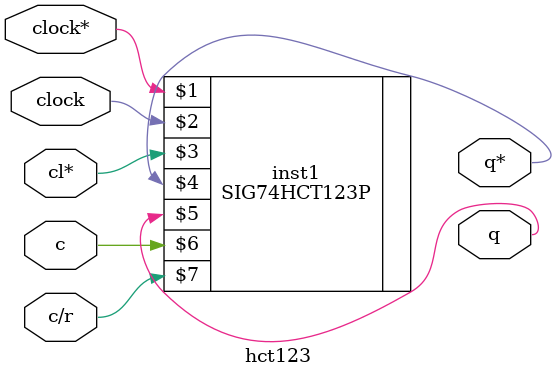
<source format=v>

`timescale 1ns/100ps

module hct123 (c, \c/r , \cl* , clock, \clock* , q, \q* );
    parameter    tmin_retrig1 = "tmin_retrig1";
    parameter    pulse_width1 = "pulse_width1";
    input clock;
    input \clock* ;
    input \cl* ;
    output q;
    output \q* ;
    inout \c/r ;
    inout c;


    SIG74HCT123P #(tmin_retrig1, pulse_width1)  inst1 (/*._1A_*/ \clock* ,
                               /*._1B*/ clock,
                               /*._1RD_*/ \cl* ,
                               /*._1Q_*/ \q* ,
                               /*._1Q*/ q,
                               /*._1CEXT*/ c,
                               /*._1REXT_CEXT*/ \c/r  );
endmodule

</source>
